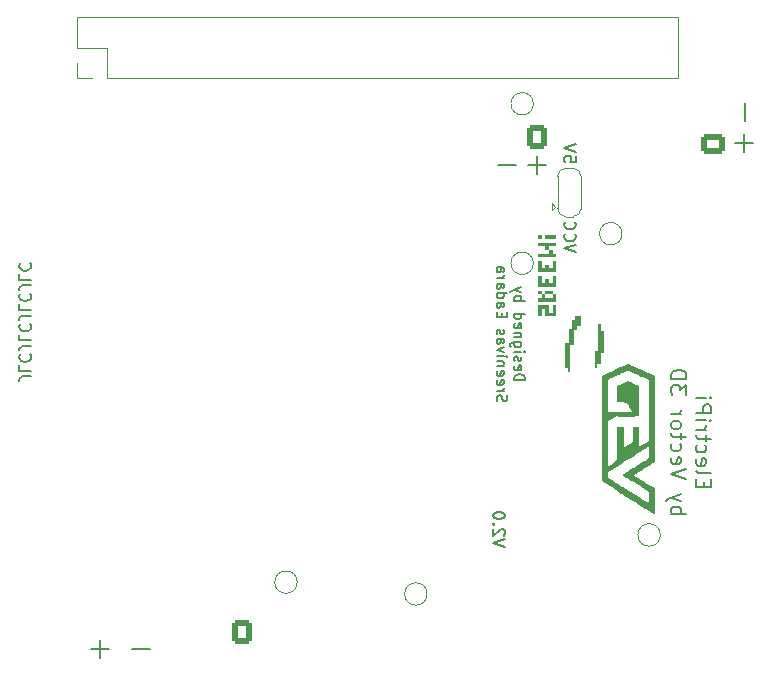
<source format=gbr>
%TF.GenerationSoftware,KiCad,Pcbnew,7.0.2*%
%TF.CreationDate,2023-08-03T10:05:33+01:00*%
%TF.ProjectId,ElectriPi,456c6563-7472-4695-9069-2e6b69636164,rev?*%
%TF.SameCoordinates,Original*%
%TF.FileFunction,Legend,Bot*%
%TF.FilePolarity,Positive*%
%FSLAX46Y46*%
G04 Gerber Fmt 4.6, Leading zero omitted, Abs format (unit mm)*
G04 Created by KiCad (PCBNEW 7.0.2) date 2023-08-03 10:05:33*
%MOMM*%
%LPD*%
G01*
G04 APERTURE LIST*
G04 Aperture macros list*
%AMRoundRect*
0 Rectangle with rounded corners*
0 $1 Rounding radius*
0 $2 $3 $4 $5 $6 $7 $8 $9 X,Y pos of 4 corners*
0 Add a 4 corners polygon primitive as box body*
4,1,4,$2,$3,$4,$5,$6,$7,$8,$9,$2,$3,0*
0 Add four circle primitives for the rounded corners*
1,1,$1+$1,$2,$3*
1,1,$1+$1,$4,$5*
1,1,$1+$1,$6,$7*
1,1,$1+$1,$8,$9*
0 Add four rect primitives between the rounded corners*
20,1,$1+$1,$2,$3,$4,$5,0*
20,1,$1+$1,$4,$5,$6,$7,0*
20,1,$1+$1,$6,$7,$8,$9,0*
20,1,$1+$1,$8,$9,$2,$3,0*%
%AMFreePoly0*
4,1,19,0.550000,-0.750000,0.000000,-0.750000,0.000000,-0.744911,-0.071157,-0.744911,-0.207708,-0.704816,-0.327430,-0.627875,-0.420627,-0.520320,-0.479746,-0.390866,-0.500000,-0.250000,-0.500000,0.250000,-0.479746,0.390866,-0.420627,0.520320,-0.327430,0.627875,-0.207708,0.704816,-0.071157,0.744911,0.000000,0.744911,0.000000,0.750000,0.550000,0.750000,0.550000,-0.750000,0.550000,-0.750000,
$1*%
%AMFreePoly1*
4,1,19,0.000000,0.744911,0.071157,0.744911,0.207708,0.704816,0.327430,0.627875,0.420627,0.520320,0.479746,0.390866,0.500000,0.250000,0.500000,-0.250000,0.479746,-0.390866,0.420627,-0.520320,0.327430,-0.627875,0.207708,-0.704816,0.071157,-0.744911,0.000000,-0.744911,0.000000,-0.750000,-0.550000,-0.750000,-0.550000,0.750000,0.000000,0.750000,0.000000,0.744911,0.000000,0.744911,
$1*%
G04 Aperture macros list end*
%ADD10C,0.200000*%
%ADD11C,0.150000*%
%ADD12C,0.120000*%
%ADD13RoundRect,0.250000X0.750000X-0.600000X0.750000X0.600000X-0.750000X0.600000X-0.750000X-0.600000X0*%
%ADD14O,2.000000X1.700000*%
%ADD15C,4.700000*%
%ADD16RoundRect,0.250000X0.600000X0.750000X-0.600000X0.750000X-0.600000X-0.750000X0.600000X-0.750000X0*%
%ADD17O,1.700000X2.000000*%
%ADD18R,2.400000X2.400000*%
%ADD19C,2.400000*%
%ADD20C,7.000000*%
%ADD21C,1.500000*%
%ADD22R,1.700000X1.700000*%
%ADD23O,1.700000X1.700000*%
%ADD24FreePoly0,90.000000*%
%ADD25R,1.500000X1.000000*%
%ADD26FreePoly1,90.000000*%
G04 APERTURE END LIST*
D10*
X145382547Y-93926190D02*
X145382547Y-93492856D01*
X144701595Y-93307142D02*
X144701595Y-93926190D01*
X144701595Y-93926190D02*
X146001595Y-93926190D01*
X146001595Y-93926190D02*
X146001595Y-93307142D01*
X144701595Y-92564285D02*
X144763500Y-92688095D01*
X144763500Y-92688095D02*
X144887309Y-92750000D01*
X144887309Y-92750000D02*
X146001595Y-92750000D01*
X144763500Y-91573810D02*
X144701595Y-91697619D01*
X144701595Y-91697619D02*
X144701595Y-91945238D01*
X144701595Y-91945238D02*
X144763500Y-92069048D01*
X144763500Y-92069048D02*
X144887309Y-92130952D01*
X144887309Y-92130952D02*
X145382547Y-92130952D01*
X145382547Y-92130952D02*
X145506357Y-92069048D01*
X145506357Y-92069048D02*
X145568261Y-91945238D01*
X145568261Y-91945238D02*
X145568261Y-91697619D01*
X145568261Y-91697619D02*
X145506357Y-91573810D01*
X145506357Y-91573810D02*
X145382547Y-91511905D01*
X145382547Y-91511905D02*
X145258738Y-91511905D01*
X145258738Y-91511905D02*
X145134928Y-92130952D01*
X144763500Y-90397619D02*
X144701595Y-90521428D01*
X144701595Y-90521428D02*
X144701595Y-90769047D01*
X144701595Y-90769047D02*
X144763500Y-90892857D01*
X144763500Y-90892857D02*
X144825404Y-90954762D01*
X144825404Y-90954762D02*
X144949214Y-91016666D01*
X144949214Y-91016666D02*
X145320642Y-91016666D01*
X145320642Y-91016666D02*
X145444452Y-90954762D01*
X145444452Y-90954762D02*
X145506357Y-90892857D01*
X145506357Y-90892857D02*
X145568261Y-90769047D01*
X145568261Y-90769047D02*
X145568261Y-90521428D01*
X145568261Y-90521428D02*
X145506357Y-90397619D01*
X145568261Y-90026190D02*
X145568261Y-89530952D01*
X146001595Y-89840476D02*
X144887309Y-89840476D01*
X144887309Y-89840476D02*
X144763500Y-89778571D01*
X144763500Y-89778571D02*
X144701595Y-89654761D01*
X144701595Y-89654761D02*
X144701595Y-89530952D01*
X144701595Y-89097619D02*
X145568261Y-89097619D01*
X145320642Y-89097619D02*
X145444452Y-89035714D01*
X145444452Y-89035714D02*
X145506357Y-88973809D01*
X145506357Y-88973809D02*
X145568261Y-88850000D01*
X145568261Y-88850000D02*
X145568261Y-88726190D01*
X144701595Y-88292857D02*
X145568261Y-88292857D01*
X146001595Y-88292857D02*
X145939690Y-88354761D01*
X145939690Y-88354761D02*
X145877785Y-88292857D01*
X145877785Y-88292857D02*
X145939690Y-88230952D01*
X145939690Y-88230952D02*
X146001595Y-88292857D01*
X146001595Y-88292857D02*
X145877785Y-88292857D01*
X144701595Y-87673809D02*
X146001595Y-87673809D01*
X146001595Y-87673809D02*
X146001595Y-87178571D01*
X146001595Y-87178571D02*
X145939690Y-87054761D01*
X145939690Y-87054761D02*
X145877785Y-86992856D01*
X145877785Y-86992856D02*
X145753976Y-86930952D01*
X145753976Y-86930952D02*
X145568261Y-86930952D01*
X145568261Y-86930952D02*
X145444452Y-86992856D01*
X145444452Y-86992856D02*
X145382547Y-87054761D01*
X145382547Y-87054761D02*
X145320642Y-87178571D01*
X145320642Y-87178571D02*
X145320642Y-87673809D01*
X144701595Y-86373809D02*
X145568261Y-86373809D01*
X146001595Y-86373809D02*
X145939690Y-86435713D01*
X145939690Y-86435713D02*
X145877785Y-86373809D01*
X145877785Y-86373809D02*
X145939690Y-86311904D01*
X145939690Y-86311904D02*
X146001595Y-86373809D01*
X146001595Y-86373809D02*
X145877785Y-86373809D01*
X142595595Y-96216666D02*
X143895595Y-96216666D01*
X143400357Y-96216666D02*
X143462261Y-96092856D01*
X143462261Y-96092856D02*
X143462261Y-95845237D01*
X143462261Y-95845237D02*
X143400357Y-95721428D01*
X143400357Y-95721428D02*
X143338452Y-95659523D01*
X143338452Y-95659523D02*
X143214642Y-95597618D01*
X143214642Y-95597618D02*
X142843214Y-95597618D01*
X142843214Y-95597618D02*
X142719404Y-95659523D01*
X142719404Y-95659523D02*
X142657500Y-95721428D01*
X142657500Y-95721428D02*
X142595595Y-95845237D01*
X142595595Y-95845237D02*
X142595595Y-96092856D01*
X142595595Y-96092856D02*
X142657500Y-96216666D01*
X143462261Y-95164285D02*
X142595595Y-94854761D01*
X143462261Y-94545238D02*
X142595595Y-94854761D01*
X142595595Y-94854761D02*
X142286071Y-94978571D01*
X142286071Y-94978571D02*
X142224166Y-95040476D01*
X142224166Y-95040476D02*
X142162261Y-95164285D01*
X143895595Y-93245238D02*
X142595595Y-92811905D01*
X142595595Y-92811905D02*
X143895595Y-92378571D01*
X142657500Y-91450000D02*
X142595595Y-91573809D01*
X142595595Y-91573809D02*
X142595595Y-91821428D01*
X142595595Y-91821428D02*
X142657500Y-91945238D01*
X142657500Y-91945238D02*
X142781309Y-92007142D01*
X142781309Y-92007142D02*
X143276547Y-92007142D01*
X143276547Y-92007142D02*
X143400357Y-91945238D01*
X143400357Y-91945238D02*
X143462261Y-91821428D01*
X143462261Y-91821428D02*
X143462261Y-91573809D01*
X143462261Y-91573809D02*
X143400357Y-91450000D01*
X143400357Y-91450000D02*
X143276547Y-91388095D01*
X143276547Y-91388095D02*
X143152738Y-91388095D01*
X143152738Y-91388095D02*
X143028928Y-92007142D01*
X142657500Y-90273809D02*
X142595595Y-90397618D01*
X142595595Y-90397618D02*
X142595595Y-90645237D01*
X142595595Y-90645237D02*
X142657500Y-90769047D01*
X142657500Y-90769047D02*
X142719404Y-90830952D01*
X142719404Y-90830952D02*
X142843214Y-90892856D01*
X142843214Y-90892856D02*
X143214642Y-90892856D01*
X143214642Y-90892856D02*
X143338452Y-90830952D01*
X143338452Y-90830952D02*
X143400357Y-90769047D01*
X143400357Y-90769047D02*
X143462261Y-90645237D01*
X143462261Y-90645237D02*
X143462261Y-90397618D01*
X143462261Y-90397618D02*
X143400357Y-90273809D01*
X143462261Y-89902380D02*
X143462261Y-89407142D01*
X143895595Y-89716666D02*
X142781309Y-89716666D01*
X142781309Y-89716666D02*
X142657500Y-89654761D01*
X142657500Y-89654761D02*
X142595595Y-89530951D01*
X142595595Y-89530951D02*
X142595595Y-89407142D01*
X142595595Y-88788094D02*
X142657500Y-88911904D01*
X142657500Y-88911904D02*
X142719404Y-88973809D01*
X142719404Y-88973809D02*
X142843214Y-89035713D01*
X142843214Y-89035713D02*
X143214642Y-89035713D01*
X143214642Y-89035713D02*
X143338452Y-88973809D01*
X143338452Y-88973809D02*
X143400357Y-88911904D01*
X143400357Y-88911904D02*
X143462261Y-88788094D01*
X143462261Y-88788094D02*
X143462261Y-88602380D01*
X143462261Y-88602380D02*
X143400357Y-88478571D01*
X143400357Y-88478571D02*
X143338452Y-88416666D01*
X143338452Y-88416666D02*
X143214642Y-88354761D01*
X143214642Y-88354761D02*
X142843214Y-88354761D01*
X142843214Y-88354761D02*
X142719404Y-88416666D01*
X142719404Y-88416666D02*
X142657500Y-88478571D01*
X142657500Y-88478571D02*
X142595595Y-88602380D01*
X142595595Y-88602380D02*
X142595595Y-88788094D01*
X142595595Y-87797619D02*
X143462261Y-87797619D01*
X143214642Y-87797619D02*
X143338452Y-87735714D01*
X143338452Y-87735714D02*
X143400357Y-87673809D01*
X143400357Y-87673809D02*
X143462261Y-87550000D01*
X143462261Y-87550000D02*
X143462261Y-87426190D01*
X143895595Y-86126190D02*
X143895595Y-85321428D01*
X143895595Y-85321428D02*
X143400357Y-85754762D01*
X143400357Y-85754762D02*
X143400357Y-85569047D01*
X143400357Y-85569047D02*
X143338452Y-85445238D01*
X143338452Y-85445238D02*
X143276547Y-85383333D01*
X143276547Y-85383333D02*
X143152738Y-85321428D01*
X143152738Y-85321428D02*
X142843214Y-85321428D01*
X142843214Y-85321428D02*
X142719404Y-85383333D01*
X142719404Y-85383333D02*
X142657500Y-85445238D01*
X142657500Y-85445238D02*
X142595595Y-85569047D01*
X142595595Y-85569047D02*
X142595595Y-85940476D01*
X142595595Y-85940476D02*
X142657500Y-86064285D01*
X142657500Y-86064285D02*
X142719404Y-86126190D01*
X142595595Y-84764286D02*
X143895595Y-84764286D01*
X143895595Y-84764286D02*
X143895595Y-84454762D01*
X143895595Y-84454762D02*
X143833690Y-84269048D01*
X143833690Y-84269048D02*
X143709880Y-84145238D01*
X143709880Y-84145238D02*
X143586071Y-84083333D01*
X143586071Y-84083333D02*
X143338452Y-84021429D01*
X143338452Y-84021429D02*
X143152738Y-84021429D01*
X143152738Y-84021429D02*
X142905119Y-84083333D01*
X142905119Y-84083333D02*
X142781309Y-84145238D01*
X142781309Y-84145238D02*
X142657500Y-84269048D01*
X142657500Y-84269048D02*
X142595595Y-84454762D01*
X142595595Y-84454762D02*
X142595595Y-84764286D01*
D11*
X88422380Y-84576190D02*
X87708095Y-84576190D01*
X87708095Y-84576190D02*
X87565238Y-84623809D01*
X87565238Y-84623809D02*
X87470000Y-84719047D01*
X87470000Y-84719047D02*
X87422380Y-84861904D01*
X87422380Y-84861904D02*
X87422380Y-84957142D01*
X87422380Y-83623809D02*
X87422380Y-84099999D01*
X87422380Y-84099999D02*
X88422380Y-84099999D01*
X87517619Y-82719047D02*
X87470000Y-82766666D01*
X87470000Y-82766666D02*
X87422380Y-82909523D01*
X87422380Y-82909523D02*
X87422380Y-83004761D01*
X87422380Y-83004761D02*
X87470000Y-83147618D01*
X87470000Y-83147618D02*
X87565238Y-83242856D01*
X87565238Y-83242856D02*
X87660476Y-83290475D01*
X87660476Y-83290475D02*
X87850952Y-83338094D01*
X87850952Y-83338094D02*
X87993809Y-83338094D01*
X87993809Y-83338094D02*
X88184285Y-83290475D01*
X88184285Y-83290475D02*
X88279523Y-83242856D01*
X88279523Y-83242856D02*
X88374761Y-83147618D01*
X88374761Y-83147618D02*
X88422380Y-83004761D01*
X88422380Y-83004761D02*
X88422380Y-82909523D01*
X88422380Y-82909523D02*
X88374761Y-82766666D01*
X88374761Y-82766666D02*
X88327142Y-82719047D01*
X88422380Y-82004761D02*
X87708095Y-82004761D01*
X87708095Y-82004761D02*
X87565238Y-82052380D01*
X87565238Y-82052380D02*
X87470000Y-82147618D01*
X87470000Y-82147618D02*
X87422380Y-82290475D01*
X87422380Y-82290475D02*
X87422380Y-82385713D01*
X87422380Y-81052380D02*
X87422380Y-81528570D01*
X87422380Y-81528570D02*
X88422380Y-81528570D01*
X87517619Y-80147618D02*
X87470000Y-80195237D01*
X87470000Y-80195237D02*
X87422380Y-80338094D01*
X87422380Y-80338094D02*
X87422380Y-80433332D01*
X87422380Y-80433332D02*
X87470000Y-80576189D01*
X87470000Y-80576189D02*
X87565238Y-80671427D01*
X87565238Y-80671427D02*
X87660476Y-80719046D01*
X87660476Y-80719046D02*
X87850952Y-80766665D01*
X87850952Y-80766665D02*
X87993809Y-80766665D01*
X87993809Y-80766665D02*
X88184285Y-80719046D01*
X88184285Y-80719046D02*
X88279523Y-80671427D01*
X88279523Y-80671427D02*
X88374761Y-80576189D01*
X88374761Y-80576189D02*
X88422380Y-80433332D01*
X88422380Y-80433332D02*
X88422380Y-80338094D01*
X88422380Y-80338094D02*
X88374761Y-80195237D01*
X88374761Y-80195237D02*
X88327142Y-80147618D01*
X88422380Y-79433332D02*
X87708095Y-79433332D01*
X87708095Y-79433332D02*
X87565238Y-79480951D01*
X87565238Y-79480951D02*
X87470000Y-79576189D01*
X87470000Y-79576189D02*
X87422380Y-79719046D01*
X87422380Y-79719046D02*
X87422380Y-79814284D01*
X87422380Y-78480951D02*
X87422380Y-78957141D01*
X87422380Y-78957141D02*
X88422380Y-78957141D01*
X87517619Y-77576189D02*
X87470000Y-77623808D01*
X87470000Y-77623808D02*
X87422380Y-77766665D01*
X87422380Y-77766665D02*
X87422380Y-77861903D01*
X87422380Y-77861903D02*
X87470000Y-78004760D01*
X87470000Y-78004760D02*
X87565238Y-78099998D01*
X87565238Y-78099998D02*
X87660476Y-78147617D01*
X87660476Y-78147617D02*
X87850952Y-78195236D01*
X87850952Y-78195236D02*
X87993809Y-78195236D01*
X87993809Y-78195236D02*
X88184285Y-78147617D01*
X88184285Y-78147617D02*
X88279523Y-78099998D01*
X88279523Y-78099998D02*
X88374761Y-78004760D01*
X88374761Y-78004760D02*
X88422380Y-77861903D01*
X88422380Y-77861903D02*
X88422380Y-77766665D01*
X88422380Y-77766665D02*
X88374761Y-77623808D01*
X88374761Y-77623808D02*
X88327142Y-77576189D01*
X88422380Y-76861903D02*
X87708095Y-76861903D01*
X87708095Y-76861903D02*
X87565238Y-76909522D01*
X87565238Y-76909522D02*
X87470000Y-77004760D01*
X87470000Y-77004760D02*
X87422380Y-77147617D01*
X87422380Y-77147617D02*
X87422380Y-77242855D01*
X87422380Y-75909522D02*
X87422380Y-76385712D01*
X87422380Y-76385712D02*
X88422380Y-76385712D01*
X87517619Y-75004760D02*
X87470000Y-75052379D01*
X87470000Y-75052379D02*
X87422380Y-75195236D01*
X87422380Y-75195236D02*
X87422380Y-75290474D01*
X87422380Y-75290474D02*
X87470000Y-75433331D01*
X87470000Y-75433331D02*
X87565238Y-75528569D01*
X87565238Y-75528569D02*
X87660476Y-75576188D01*
X87660476Y-75576188D02*
X87850952Y-75623807D01*
X87850952Y-75623807D02*
X87993809Y-75623807D01*
X87993809Y-75623807D02*
X88184285Y-75576188D01*
X88184285Y-75576188D02*
X88279523Y-75528569D01*
X88279523Y-75528569D02*
X88374761Y-75433331D01*
X88374761Y-75433331D02*
X88422380Y-75290474D01*
X88422380Y-75290474D02*
X88422380Y-75195236D01*
X88422380Y-75195236D02*
X88374761Y-75052379D01*
X88374761Y-75052379D02*
X88327142Y-75004760D01*
X128537380Y-99023808D02*
X127537380Y-98690475D01*
X127537380Y-98690475D02*
X128537380Y-98357142D01*
X128442142Y-98071427D02*
X128489761Y-98023808D01*
X128489761Y-98023808D02*
X128537380Y-97928570D01*
X128537380Y-97928570D02*
X128537380Y-97690475D01*
X128537380Y-97690475D02*
X128489761Y-97595237D01*
X128489761Y-97595237D02*
X128442142Y-97547618D01*
X128442142Y-97547618D02*
X128346904Y-97499999D01*
X128346904Y-97499999D02*
X128251666Y-97499999D01*
X128251666Y-97499999D02*
X128108809Y-97547618D01*
X128108809Y-97547618D02*
X127537380Y-98119046D01*
X127537380Y-98119046D02*
X127537380Y-97499999D01*
X127632619Y-97071427D02*
X127585000Y-97023808D01*
X127585000Y-97023808D02*
X127537380Y-97071427D01*
X127537380Y-97071427D02*
X127585000Y-97119046D01*
X127585000Y-97119046D02*
X127632619Y-97071427D01*
X127632619Y-97071427D02*
X127537380Y-97071427D01*
X128537380Y-96404761D02*
X128537380Y-96309523D01*
X128537380Y-96309523D02*
X128489761Y-96214285D01*
X128489761Y-96214285D02*
X128442142Y-96166666D01*
X128442142Y-96166666D02*
X128346904Y-96119047D01*
X128346904Y-96119047D02*
X128156428Y-96071428D01*
X128156428Y-96071428D02*
X127918333Y-96071428D01*
X127918333Y-96071428D02*
X127727857Y-96119047D01*
X127727857Y-96119047D02*
X127632619Y-96166666D01*
X127632619Y-96166666D02*
X127585000Y-96214285D01*
X127585000Y-96214285D02*
X127537380Y-96309523D01*
X127537380Y-96309523D02*
X127537380Y-96404761D01*
X127537380Y-96404761D02*
X127585000Y-96499999D01*
X127585000Y-96499999D02*
X127632619Y-96547618D01*
X127632619Y-96547618D02*
X127727857Y-96595237D01*
X127727857Y-96595237D02*
X127918333Y-96642856D01*
X127918333Y-96642856D02*
X128156428Y-96642856D01*
X128156428Y-96642856D02*
X128346904Y-96595237D01*
X128346904Y-96595237D02*
X128442142Y-96547618D01*
X128442142Y-96547618D02*
X128489761Y-96499999D01*
X128489761Y-96499999D02*
X128537380Y-96404761D01*
X132011904Y-66663333D02*
X130488095Y-66663333D01*
X131249999Y-67425238D02*
X131249999Y-65901428D01*
X134537380Y-65940476D02*
X134537380Y-66416666D01*
X134537380Y-66416666D02*
X134061190Y-66464285D01*
X134061190Y-66464285D02*
X134108809Y-66416666D01*
X134108809Y-66416666D02*
X134156428Y-66321428D01*
X134156428Y-66321428D02*
X134156428Y-66083333D01*
X134156428Y-66083333D02*
X134108809Y-65988095D01*
X134108809Y-65988095D02*
X134061190Y-65940476D01*
X134061190Y-65940476D02*
X133965952Y-65892857D01*
X133965952Y-65892857D02*
X133727857Y-65892857D01*
X133727857Y-65892857D02*
X133632619Y-65940476D01*
X133632619Y-65940476D02*
X133585000Y-65988095D01*
X133585000Y-65988095D02*
X133537380Y-66083333D01*
X133537380Y-66083333D02*
X133537380Y-66321428D01*
X133537380Y-66321428D02*
X133585000Y-66416666D01*
X133585000Y-66416666D02*
X133632619Y-66464285D01*
X134537380Y-65607142D02*
X133537380Y-65273809D01*
X133537380Y-65273809D02*
X134537380Y-64940476D01*
X95011904Y-107663333D02*
X93488095Y-107663333D01*
X94249999Y-108425238D02*
X94249999Y-106901428D01*
X148863333Y-61438095D02*
X148863333Y-62961905D01*
X98511904Y-107663333D02*
X96988095Y-107663333D01*
X134537380Y-74083332D02*
X133537380Y-73749999D01*
X133537380Y-73749999D02*
X134537380Y-73416666D01*
X133632619Y-72511904D02*
X133585000Y-72559523D01*
X133585000Y-72559523D02*
X133537380Y-72702380D01*
X133537380Y-72702380D02*
X133537380Y-72797618D01*
X133537380Y-72797618D02*
X133585000Y-72940475D01*
X133585000Y-72940475D02*
X133680238Y-73035713D01*
X133680238Y-73035713D02*
X133775476Y-73083332D01*
X133775476Y-73083332D02*
X133965952Y-73130951D01*
X133965952Y-73130951D02*
X134108809Y-73130951D01*
X134108809Y-73130951D02*
X134299285Y-73083332D01*
X134299285Y-73083332D02*
X134394523Y-73035713D01*
X134394523Y-73035713D02*
X134489761Y-72940475D01*
X134489761Y-72940475D02*
X134537380Y-72797618D01*
X134537380Y-72797618D02*
X134537380Y-72702380D01*
X134537380Y-72702380D02*
X134489761Y-72559523D01*
X134489761Y-72559523D02*
X134442142Y-72511904D01*
X133632619Y-71511904D02*
X133585000Y-71559523D01*
X133585000Y-71559523D02*
X133537380Y-71702380D01*
X133537380Y-71702380D02*
X133537380Y-71797618D01*
X133537380Y-71797618D02*
X133585000Y-71940475D01*
X133585000Y-71940475D02*
X133680238Y-72035713D01*
X133680238Y-72035713D02*
X133775476Y-72083332D01*
X133775476Y-72083332D02*
X133965952Y-72130951D01*
X133965952Y-72130951D02*
X134108809Y-72130951D01*
X134108809Y-72130951D02*
X134299285Y-72083332D01*
X134299285Y-72083332D02*
X134394523Y-72035713D01*
X134394523Y-72035713D02*
X134489761Y-71940475D01*
X134489761Y-71940475D02*
X134537380Y-71797618D01*
X134537380Y-71797618D02*
X134537380Y-71702380D01*
X134537380Y-71702380D02*
X134489761Y-71559523D01*
X134489761Y-71559523D02*
X134442142Y-71511904D01*
X148763333Y-64038095D02*
X148763333Y-65561905D01*
X149525238Y-64800000D02*
X148001428Y-64800000D01*
X129511904Y-66663333D02*
X127988095Y-66663333D01*
X129312642Y-84900000D02*
X130212642Y-84900000D01*
X130212642Y-84900000D02*
X130212642Y-84685714D01*
X130212642Y-84685714D02*
X130169785Y-84557143D01*
X130169785Y-84557143D02*
X130084071Y-84471428D01*
X130084071Y-84471428D02*
X129998357Y-84428571D01*
X129998357Y-84428571D02*
X129826928Y-84385714D01*
X129826928Y-84385714D02*
X129698357Y-84385714D01*
X129698357Y-84385714D02*
X129526928Y-84428571D01*
X129526928Y-84428571D02*
X129441214Y-84471428D01*
X129441214Y-84471428D02*
X129355500Y-84557143D01*
X129355500Y-84557143D02*
X129312642Y-84685714D01*
X129312642Y-84685714D02*
X129312642Y-84900000D01*
X129355500Y-83657143D02*
X129312642Y-83742857D01*
X129312642Y-83742857D02*
X129312642Y-83914286D01*
X129312642Y-83914286D02*
X129355500Y-84000000D01*
X129355500Y-84000000D02*
X129441214Y-84042857D01*
X129441214Y-84042857D02*
X129784071Y-84042857D01*
X129784071Y-84042857D02*
X129869785Y-84000000D01*
X129869785Y-84000000D02*
X129912642Y-83914286D01*
X129912642Y-83914286D02*
X129912642Y-83742857D01*
X129912642Y-83742857D02*
X129869785Y-83657143D01*
X129869785Y-83657143D02*
X129784071Y-83614286D01*
X129784071Y-83614286D02*
X129698357Y-83614286D01*
X129698357Y-83614286D02*
X129612642Y-84042857D01*
X129355500Y-83271428D02*
X129312642Y-83185714D01*
X129312642Y-83185714D02*
X129312642Y-83014285D01*
X129312642Y-83014285D02*
X129355500Y-82928571D01*
X129355500Y-82928571D02*
X129441214Y-82885714D01*
X129441214Y-82885714D02*
X129484071Y-82885714D01*
X129484071Y-82885714D02*
X129569785Y-82928571D01*
X129569785Y-82928571D02*
X129612642Y-83014285D01*
X129612642Y-83014285D02*
X129612642Y-83142857D01*
X129612642Y-83142857D02*
X129655500Y-83228571D01*
X129655500Y-83228571D02*
X129741214Y-83271428D01*
X129741214Y-83271428D02*
X129784071Y-83271428D01*
X129784071Y-83271428D02*
X129869785Y-83228571D01*
X129869785Y-83228571D02*
X129912642Y-83142857D01*
X129912642Y-83142857D02*
X129912642Y-83014285D01*
X129912642Y-83014285D02*
X129869785Y-82928571D01*
X129312642Y-82500000D02*
X129912642Y-82500000D01*
X130212642Y-82500000D02*
X130169785Y-82542857D01*
X130169785Y-82542857D02*
X130126928Y-82500000D01*
X130126928Y-82500000D02*
X130169785Y-82457143D01*
X130169785Y-82457143D02*
X130212642Y-82500000D01*
X130212642Y-82500000D02*
X130126928Y-82500000D01*
X129912642Y-81685715D02*
X129184071Y-81685715D01*
X129184071Y-81685715D02*
X129098357Y-81728572D01*
X129098357Y-81728572D02*
X129055500Y-81771429D01*
X129055500Y-81771429D02*
X129012642Y-81857143D01*
X129012642Y-81857143D02*
X129012642Y-81985715D01*
X129012642Y-81985715D02*
X129055500Y-82071429D01*
X129355500Y-81685715D02*
X129312642Y-81771429D01*
X129312642Y-81771429D02*
X129312642Y-81942857D01*
X129312642Y-81942857D02*
X129355500Y-82028572D01*
X129355500Y-82028572D02*
X129398357Y-82071429D01*
X129398357Y-82071429D02*
X129484071Y-82114286D01*
X129484071Y-82114286D02*
X129741214Y-82114286D01*
X129741214Y-82114286D02*
X129826928Y-82071429D01*
X129826928Y-82071429D02*
X129869785Y-82028572D01*
X129869785Y-82028572D02*
X129912642Y-81942857D01*
X129912642Y-81942857D02*
X129912642Y-81771429D01*
X129912642Y-81771429D02*
X129869785Y-81685715D01*
X129912642Y-81257143D02*
X129312642Y-81257143D01*
X129826928Y-81257143D02*
X129869785Y-81214286D01*
X129869785Y-81214286D02*
X129912642Y-81128571D01*
X129912642Y-81128571D02*
X129912642Y-81000000D01*
X129912642Y-81000000D02*
X129869785Y-80914286D01*
X129869785Y-80914286D02*
X129784071Y-80871429D01*
X129784071Y-80871429D02*
X129312642Y-80871429D01*
X129355500Y-80100000D02*
X129312642Y-80185714D01*
X129312642Y-80185714D02*
X129312642Y-80357143D01*
X129312642Y-80357143D02*
X129355500Y-80442857D01*
X129355500Y-80442857D02*
X129441214Y-80485714D01*
X129441214Y-80485714D02*
X129784071Y-80485714D01*
X129784071Y-80485714D02*
X129869785Y-80442857D01*
X129869785Y-80442857D02*
X129912642Y-80357143D01*
X129912642Y-80357143D02*
X129912642Y-80185714D01*
X129912642Y-80185714D02*
X129869785Y-80100000D01*
X129869785Y-80100000D02*
X129784071Y-80057143D01*
X129784071Y-80057143D02*
X129698357Y-80057143D01*
X129698357Y-80057143D02*
X129612642Y-80485714D01*
X129312642Y-79285714D02*
X130212642Y-79285714D01*
X129355500Y-79285714D02*
X129312642Y-79371428D01*
X129312642Y-79371428D02*
X129312642Y-79542856D01*
X129312642Y-79542856D02*
X129355500Y-79628571D01*
X129355500Y-79628571D02*
X129398357Y-79671428D01*
X129398357Y-79671428D02*
X129484071Y-79714285D01*
X129484071Y-79714285D02*
X129741214Y-79714285D01*
X129741214Y-79714285D02*
X129826928Y-79671428D01*
X129826928Y-79671428D02*
X129869785Y-79628571D01*
X129869785Y-79628571D02*
X129912642Y-79542856D01*
X129912642Y-79542856D02*
X129912642Y-79371428D01*
X129912642Y-79371428D02*
X129869785Y-79285714D01*
X129312642Y-78171428D02*
X130212642Y-78171428D01*
X129869785Y-78171428D02*
X129912642Y-78085714D01*
X129912642Y-78085714D02*
X129912642Y-77914285D01*
X129912642Y-77914285D02*
X129869785Y-77828571D01*
X129869785Y-77828571D02*
X129826928Y-77785714D01*
X129826928Y-77785714D02*
X129741214Y-77742856D01*
X129741214Y-77742856D02*
X129484071Y-77742856D01*
X129484071Y-77742856D02*
X129398357Y-77785714D01*
X129398357Y-77785714D02*
X129355500Y-77828571D01*
X129355500Y-77828571D02*
X129312642Y-77914285D01*
X129312642Y-77914285D02*
X129312642Y-78085714D01*
X129312642Y-78085714D02*
X129355500Y-78171428D01*
X129912642Y-77442856D02*
X129312642Y-77228570D01*
X129912642Y-77014285D02*
X129312642Y-77228570D01*
X129312642Y-77228570D02*
X129098357Y-77314285D01*
X129098357Y-77314285D02*
X129055500Y-77357142D01*
X129055500Y-77357142D02*
X129012642Y-77442856D01*
X127897500Y-86700000D02*
X127854642Y-86571429D01*
X127854642Y-86571429D02*
X127854642Y-86357143D01*
X127854642Y-86357143D02*
X127897500Y-86271429D01*
X127897500Y-86271429D02*
X127940357Y-86228571D01*
X127940357Y-86228571D02*
X128026071Y-86185714D01*
X128026071Y-86185714D02*
X128111785Y-86185714D01*
X128111785Y-86185714D02*
X128197500Y-86228571D01*
X128197500Y-86228571D02*
X128240357Y-86271429D01*
X128240357Y-86271429D02*
X128283214Y-86357143D01*
X128283214Y-86357143D02*
X128326071Y-86528571D01*
X128326071Y-86528571D02*
X128368928Y-86614286D01*
X128368928Y-86614286D02*
X128411785Y-86657143D01*
X128411785Y-86657143D02*
X128497500Y-86700000D01*
X128497500Y-86700000D02*
X128583214Y-86700000D01*
X128583214Y-86700000D02*
X128668928Y-86657143D01*
X128668928Y-86657143D02*
X128711785Y-86614286D01*
X128711785Y-86614286D02*
X128754642Y-86528571D01*
X128754642Y-86528571D02*
X128754642Y-86314286D01*
X128754642Y-86314286D02*
X128711785Y-86185714D01*
X127854642Y-85800000D02*
X128454642Y-85800000D01*
X128283214Y-85800000D02*
X128368928Y-85757143D01*
X128368928Y-85757143D02*
X128411785Y-85714286D01*
X128411785Y-85714286D02*
X128454642Y-85628571D01*
X128454642Y-85628571D02*
X128454642Y-85542857D01*
X127897500Y-84900000D02*
X127854642Y-84985714D01*
X127854642Y-84985714D02*
X127854642Y-85157143D01*
X127854642Y-85157143D02*
X127897500Y-85242857D01*
X127897500Y-85242857D02*
X127983214Y-85285714D01*
X127983214Y-85285714D02*
X128326071Y-85285714D01*
X128326071Y-85285714D02*
X128411785Y-85242857D01*
X128411785Y-85242857D02*
X128454642Y-85157143D01*
X128454642Y-85157143D02*
X128454642Y-84985714D01*
X128454642Y-84985714D02*
X128411785Y-84900000D01*
X128411785Y-84900000D02*
X128326071Y-84857143D01*
X128326071Y-84857143D02*
X128240357Y-84857143D01*
X128240357Y-84857143D02*
X128154642Y-85285714D01*
X127897500Y-84128571D02*
X127854642Y-84214285D01*
X127854642Y-84214285D02*
X127854642Y-84385714D01*
X127854642Y-84385714D02*
X127897500Y-84471428D01*
X127897500Y-84471428D02*
X127983214Y-84514285D01*
X127983214Y-84514285D02*
X128326071Y-84514285D01*
X128326071Y-84514285D02*
X128411785Y-84471428D01*
X128411785Y-84471428D02*
X128454642Y-84385714D01*
X128454642Y-84385714D02*
X128454642Y-84214285D01*
X128454642Y-84214285D02*
X128411785Y-84128571D01*
X128411785Y-84128571D02*
X128326071Y-84085714D01*
X128326071Y-84085714D02*
X128240357Y-84085714D01*
X128240357Y-84085714D02*
X128154642Y-84514285D01*
X128454642Y-83699999D02*
X127854642Y-83699999D01*
X128368928Y-83699999D02*
X128411785Y-83657142D01*
X128411785Y-83657142D02*
X128454642Y-83571427D01*
X128454642Y-83571427D02*
X128454642Y-83442856D01*
X128454642Y-83442856D02*
X128411785Y-83357142D01*
X128411785Y-83357142D02*
X128326071Y-83314285D01*
X128326071Y-83314285D02*
X127854642Y-83314285D01*
X127854642Y-82885713D02*
X128454642Y-82885713D01*
X128754642Y-82885713D02*
X128711785Y-82928570D01*
X128711785Y-82928570D02*
X128668928Y-82885713D01*
X128668928Y-82885713D02*
X128711785Y-82842856D01*
X128711785Y-82842856D02*
X128754642Y-82885713D01*
X128754642Y-82885713D02*
X128668928Y-82885713D01*
X128454642Y-82542856D02*
X127854642Y-82328570D01*
X127854642Y-82328570D02*
X128454642Y-82114285D01*
X127854642Y-81385714D02*
X128326071Y-81385714D01*
X128326071Y-81385714D02*
X128411785Y-81428571D01*
X128411785Y-81428571D02*
X128454642Y-81514285D01*
X128454642Y-81514285D02*
X128454642Y-81685714D01*
X128454642Y-81685714D02*
X128411785Y-81771428D01*
X127897500Y-81385714D02*
X127854642Y-81471428D01*
X127854642Y-81471428D02*
X127854642Y-81685714D01*
X127854642Y-81685714D02*
X127897500Y-81771428D01*
X127897500Y-81771428D02*
X127983214Y-81814285D01*
X127983214Y-81814285D02*
X128068928Y-81814285D01*
X128068928Y-81814285D02*
X128154642Y-81771428D01*
X128154642Y-81771428D02*
X128197500Y-81685714D01*
X128197500Y-81685714D02*
X128197500Y-81471428D01*
X128197500Y-81471428D02*
X128240357Y-81385714D01*
X127897500Y-80999999D02*
X127854642Y-80914285D01*
X127854642Y-80914285D02*
X127854642Y-80742856D01*
X127854642Y-80742856D02*
X127897500Y-80657142D01*
X127897500Y-80657142D02*
X127983214Y-80614285D01*
X127983214Y-80614285D02*
X128026071Y-80614285D01*
X128026071Y-80614285D02*
X128111785Y-80657142D01*
X128111785Y-80657142D02*
X128154642Y-80742856D01*
X128154642Y-80742856D02*
X128154642Y-80871428D01*
X128154642Y-80871428D02*
X128197500Y-80957142D01*
X128197500Y-80957142D02*
X128283214Y-80999999D01*
X128283214Y-80999999D02*
X128326071Y-80999999D01*
X128326071Y-80999999D02*
X128411785Y-80957142D01*
X128411785Y-80957142D02*
X128454642Y-80871428D01*
X128454642Y-80871428D02*
X128454642Y-80742856D01*
X128454642Y-80742856D02*
X128411785Y-80657142D01*
X128326071Y-79542857D02*
X128326071Y-79242857D01*
X127854642Y-79114285D02*
X127854642Y-79542857D01*
X127854642Y-79542857D02*
X128754642Y-79542857D01*
X128754642Y-79542857D02*
X128754642Y-79114285D01*
X127854642Y-78342857D02*
X128326071Y-78342857D01*
X128326071Y-78342857D02*
X128411785Y-78385714D01*
X128411785Y-78385714D02*
X128454642Y-78471428D01*
X128454642Y-78471428D02*
X128454642Y-78642857D01*
X128454642Y-78642857D02*
X128411785Y-78728571D01*
X127897500Y-78342857D02*
X127854642Y-78428571D01*
X127854642Y-78428571D02*
X127854642Y-78642857D01*
X127854642Y-78642857D02*
X127897500Y-78728571D01*
X127897500Y-78728571D02*
X127983214Y-78771428D01*
X127983214Y-78771428D02*
X128068928Y-78771428D01*
X128068928Y-78771428D02*
X128154642Y-78728571D01*
X128154642Y-78728571D02*
X128197500Y-78642857D01*
X128197500Y-78642857D02*
X128197500Y-78428571D01*
X128197500Y-78428571D02*
X128240357Y-78342857D01*
X127854642Y-77528571D02*
X128754642Y-77528571D01*
X127897500Y-77528571D02*
X127854642Y-77614285D01*
X127854642Y-77614285D02*
X127854642Y-77785713D01*
X127854642Y-77785713D02*
X127897500Y-77871428D01*
X127897500Y-77871428D02*
X127940357Y-77914285D01*
X127940357Y-77914285D02*
X128026071Y-77957142D01*
X128026071Y-77957142D02*
X128283214Y-77957142D01*
X128283214Y-77957142D02*
X128368928Y-77914285D01*
X128368928Y-77914285D02*
X128411785Y-77871428D01*
X128411785Y-77871428D02*
X128454642Y-77785713D01*
X128454642Y-77785713D02*
X128454642Y-77614285D01*
X128454642Y-77614285D02*
X128411785Y-77528571D01*
X127854642Y-76714285D02*
X128326071Y-76714285D01*
X128326071Y-76714285D02*
X128411785Y-76757142D01*
X128411785Y-76757142D02*
X128454642Y-76842856D01*
X128454642Y-76842856D02*
X128454642Y-77014285D01*
X128454642Y-77014285D02*
X128411785Y-77099999D01*
X127897500Y-76714285D02*
X127854642Y-76799999D01*
X127854642Y-76799999D02*
X127854642Y-77014285D01*
X127854642Y-77014285D02*
X127897500Y-77099999D01*
X127897500Y-77099999D02*
X127983214Y-77142856D01*
X127983214Y-77142856D02*
X128068928Y-77142856D01*
X128068928Y-77142856D02*
X128154642Y-77099999D01*
X128154642Y-77099999D02*
X128197500Y-77014285D01*
X128197500Y-77014285D02*
X128197500Y-76799999D01*
X128197500Y-76799999D02*
X128240357Y-76714285D01*
X127854642Y-76285713D02*
X128454642Y-76285713D01*
X128283214Y-76285713D02*
X128368928Y-76242856D01*
X128368928Y-76242856D02*
X128411785Y-76199999D01*
X128411785Y-76199999D02*
X128454642Y-76114284D01*
X128454642Y-76114284D02*
X128454642Y-76028570D01*
X127854642Y-75342856D02*
X128326071Y-75342856D01*
X128326071Y-75342856D02*
X128411785Y-75385713D01*
X128411785Y-75385713D02*
X128454642Y-75471427D01*
X128454642Y-75471427D02*
X128454642Y-75642856D01*
X128454642Y-75642856D02*
X128411785Y-75728570D01*
X127897500Y-75342856D02*
X127854642Y-75428570D01*
X127854642Y-75428570D02*
X127854642Y-75642856D01*
X127854642Y-75642856D02*
X127897500Y-75728570D01*
X127897500Y-75728570D02*
X127983214Y-75771427D01*
X127983214Y-75771427D02*
X128068928Y-75771427D01*
X128068928Y-75771427D02*
X128154642Y-75728570D01*
X128154642Y-75728570D02*
X128197500Y-75642856D01*
X128197500Y-75642856D02*
X128197500Y-75428570D01*
X128197500Y-75428570D02*
X128240357Y-75342856D01*
D12*
%TO.C,TP5*%
X130950000Y-61500000D02*
G75*
G03*
X130950000Y-61500000I-950000J0D01*
G01*
%TO.C,J6*%
X143210000Y-54150000D02*
X143210000Y-59350000D01*
X92290000Y-54150000D02*
X143210000Y-54150000D01*
X92290000Y-54150000D02*
X92290000Y-56750000D01*
X94890000Y-56750000D02*
X94890000Y-59350000D01*
X92290000Y-56750000D02*
X94890000Y-56750000D01*
X92290000Y-58020000D02*
X92290000Y-59350000D01*
X94890000Y-59350000D02*
X143210000Y-59350000D01*
X92290000Y-59350000D02*
X93620000Y-59350000D01*
%TO.C,JP1*%
X133700000Y-71050000D02*
X134300000Y-71050000D01*
X132500000Y-70500000D02*
X132500000Y-69900000D01*
X135000000Y-70400000D02*
X135000000Y-67600000D01*
X132800000Y-70200000D02*
X132500000Y-70500000D01*
X132800000Y-70200000D02*
X132500000Y-69900000D01*
X133000000Y-67600000D02*
X133000000Y-70400000D01*
X134300000Y-66950000D02*
X133700000Y-66950000D01*
X133000000Y-70350000D02*
G75*
G03*
X133700000Y-71050000I699999J-1D01*
G01*
X134300000Y-71050000D02*
G75*
G03*
X135000000Y-70350000I1J699999D01*
G01*
X133700000Y-66950000D02*
G75*
G03*
X133000000Y-67650000I0J-700000D01*
G01*
X135000000Y-67650000D02*
G75*
G03*
X134300000Y-66950000I-700000J0D01*
G01*
%TO.C,TP4*%
X141700000Y-98000000D02*
G75*
G03*
X141700000Y-98000000I-950000J0D01*
G01*
%TO.C,TP1*%
X138450000Y-72500000D02*
G75*
G03*
X138450000Y-72500000I-950000J0D01*
G01*
%TO.C,G\u002A\u002A\u002A*%
G36*
X131655673Y-77625000D02*
G01*
X131343096Y-77625000D01*
X131343096Y-77312500D01*
X131655673Y-77312500D01*
X131655673Y-77625000D01*
G37*
G36*
X131655673Y-72937500D02*
G01*
X131343096Y-72937500D01*
X131343096Y-72625000D01*
X131655673Y-72625000D01*
X131655673Y-72937500D01*
G37*
G36*
X132905981Y-72937500D02*
G01*
X131968250Y-72937500D01*
X131968250Y-72625000D01*
X132905981Y-72625000D01*
X132905981Y-72937500D01*
G37*
G36*
X132593404Y-74187500D02*
G01*
X132905981Y-74187500D01*
X132905981Y-74500000D01*
X131343096Y-74500000D01*
X131343096Y-74187500D01*
X132280827Y-74187500D01*
X132280827Y-73875000D01*
X132593404Y-73875000D01*
X132593404Y-74187500D01*
G37*
G36*
X132905981Y-73562500D02*
G01*
X132280827Y-73562500D01*
X132280827Y-73875000D01*
X131968250Y-73875000D01*
X131968250Y-73562500D01*
X131343096Y-73562500D01*
X131343096Y-73250000D01*
X132905981Y-73250000D01*
X132905981Y-73562500D01*
G37*
G36*
X136656904Y-80750000D02*
G01*
X136969481Y-80750000D01*
X136969481Y-82625000D01*
X136656904Y-82625000D01*
X136656904Y-83562500D01*
X136344327Y-83562500D01*
X136344327Y-83875000D01*
X136131750Y-83875000D01*
X136131750Y-82412500D01*
X136444327Y-82412500D01*
X136444327Y-80125000D01*
X136656904Y-80125000D01*
X136656904Y-80750000D01*
G37*
G36*
X132280827Y-79187500D02*
G01*
X132593404Y-79187500D01*
X132593404Y-78562500D01*
X132905981Y-78562500D01*
X132905981Y-79500000D01*
X131968250Y-79500000D01*
X131968250Y-78875000D01*
X131655673Y-78875000D01*
X131655673Y-79500000D01*
X131343096Y-79500000D01*
X131343096Y-78562500D01*
X132280827Y-78562500D01*
X132280827Y-79187500D01*
G37*
G36*
X131655673Y-76687500D02*
G01*
X131968250Y-76687500D01*
X131968250Y-76375000D01*
X132280827Y-76375000D01*
X132280827Y-76687500D01*
X132593404Y-76687500D01*
X132593404Y-76062500D01*
X132905981Y-76062500D01*
X132905981Y-77000000D01*
X131343096Y-77000000D01*
X131343096Y-76062500D01*
X131655673Y-76062500D01*
X131655673Y-76687500D01*
G37*
G36*
X131655673Y-75437500D02*
G01*
X131968250Y-75437500D01*
X131968250Y-75125000D01*
X132280827Y-75125000D01*
X132280827Y-75437500D01*
X132593404Y-75437500D01*
X132593404Y-74812500D01*
X132905981Y-74812500D01*
X132905981Y-75750000D01*
X131343096Y-75750000D01*
X131343096Y-74812500D01*
X131655673Y-74812500D01*
X131655673Y-75437500D01*
G37*
G36*
X132593404Y-77625000D02*
G01*
X131968250Y-77625000D01*
X131968250Y-77937500D01*
X132593404Y-77937500D01*
X132593404Y-77625000D01*
X132905981Y-77625000D01*
X132905981Y-78250000D01*
X131968250Y-78250000D01*
X131343096Y-78250000D01*
X131343096Y-77937500D01*
X131655673Y-77937500D01*
X131655673Y-77625000D01*
X131968250Y-77625000D01*
X131968250Y-77312500D01*
X132593404Y-77312500D01*
X132593404Y-77625000D01*
G37*
G36*
X134994020Y-80337500D02*
G01*
X134681443Y-80337500D01*
X134681443Y-80650000D01*
X134368866Y-80650000D01*
X134368866Y-81900000D01*
X134056289Y-81900000D01*
X134056289Y-84187500D01*
X133843711Y-84187500D01*
X133843711Y-83875000D01*
X133631135Y-83875000D01*
X133631135Y-81787500D01*
X133943711Y-81787500D01*
X133943711Y-80537500D01*
X134256289Y-80537500D01*
X134256289Y-79812500D01*
X134468866Y-79812500D01*
X134468866Y-79500000D01*
X134994020Y-79500000D01*
X134994020Y-80337500D01*
G37*
G36*
X138977360Y-83509776D02*
G01*
X139005803Y-83520521D01*
X139049361Y-83538754D01*
X139103947Y-83562745D01*
X139165470Y-83590766D01*
X139186496Y-83600494D01*
X139250790Y-83630191D01*
X139330841Y-83667116D01*
X139422236Y-83709235D01*
X139520562Y-83754516D01*
X139621405Y-83800924D01*
X139720353Y-83846426D01*
X139775736Y-83871888D01*
X139868432Y-83914518D01*
X139956456Y-83955019D01*
X140036343Y-83991793D01*
X140104626Y-84023245D01*
X140157839Y-84047780D01*
X140192517Y-84063802D01*
X140206265Y-84070163D01*
X140248227Y-84089553D01*
X140307846Y-84117083D01*
X140382260Y-84151431D01*
X140468607Y-84191276D01*
X140564023Y-84235298D01*
X140665646Y-84282175D01*
X140770615Y-84330586D01*
X141251859Y-84552515D01*
X141251859Y-91808643D01*
X141164085Y-91863402D01*
X141134375Y-91881886D01*
X141084963Y-91912545D01*
X141022180Y-91951445D01*
X140949845Y-91996222D01*
X140871779Y-92044509D01*
X140791802Y-92093942D01*
X140790786Y-92094570D01*
X140703194Y-92148694D01*
X140601110Y-92211784D01*
X140490557Y-92280116D01*
X140377556Y-92349969D01*
X140268131Y-92417619D01*
X140168303Y-92479343D01*
X140133394Y-92500928D01*
X140044888Y-92555634D01*
X139958521Y-92608995D01*
X139877982Y-92658732D01*
X139806963Y-92702567D01*
X139749154Y-92738220D01*
X139708246Y-92763413D01*
X139704241Y-92765876D01*
X139620597Y-92817437D01*
X139555508Y-92857865D01*
X139506901Y-92888503D01*
X139472704Y-92910696D01*
X139450844Y-92925788D01*
X139439249Y-92935122D01*
X139435844Y-92940043D01*
X139445690Y-92948055D01*
X139473533Y-92966959D01*
X139516694Y-92995029D01*
X139572492Y-93030542D01*
X139638245Y-93071776D01*
X139711273Y-93117008D01*
X139765725Y-93150551D01*
X139865079Y-93211804D01*
X139973932Y-93278961D01*
X140085473Y-93347819D01*
X140192890Y-93414174D01*
X140289371Y-93473820D01*
X140370190Y-93523801D01*
X140477054Y-93589873D01*
X140592241Y-93661076D01*
X140709171Y-93733343D01*
X140821267Y-93802608D01*
X140921950Y-93864806D01*
X141251859Y-94068578D01*
X141251859Y-95168369D01*
X141251752Y-95354666D01*
X141251393Y-95540494D01*
X141250786Y-95706530D01*
X141249937Y-95852219D01*
X141248853Y-95977010D01*
X141247539Y-96080351D01*
X141246001Y-96161689D01*
X141244245Y-96220471D01*
X141242277Y-96256146D01*
X141240102Y-96268160D01*
X141239170Y-96267841D01*
X141222923Y-96258824D01*
X141188114Y-96238129D01*
X141136330Y-96206735D01*
X141069160Y-96165622D01*
X140988192Y-96115769D01*
X140895014Y-96058156D01*
X140791216Y-95993763D01*
X140718187Y-95948331D01*
X140678384Y-95923569D01*
X140558108Y-95848555D01*
X140431975Y-95769699D01*
X140314019Y-95695875D01*
X140180839Y-95612538D01*
X140050114Y-95530753D01*
X139924101Y-95451930D01*
X139805059Y-95377483D01*
X139695247Y-95308824D01*
X139596924Y-95247365D01*
X139512347Y-95194519D01*
X139443777Y-95151697D01*
X139393470Y-95120313D01*
X139368533Y-95104762D01*
X139290531Y-95056043D01*
X139213178Y-95007625D01*
X139141453Y-94962630D01*
X139080334Y-94924179D01*
X139034798Y-94895394D01*
X139013355Y-94881865D01*
X138970639Y-94855050D01*
X138910218Y-94817200D01*
X138833619Y-94769270D01*
X138742367Y-94712212D01*
X138637990Y-94646981D01*
X138522014Y-94574531D01*
X138395966Y-94495815D01*
X138261371Y-94411787D01*
X138119756Y-94323401D01*
X137972648Y-94231610D01*
X137821573Y-94137369D01*
X136724886Y-93453337D01*
X136724888Y-93132324D01*
X137243985Y-93132324D01*
X137325973Y-93184598D01*
X137330316Y-93187363D01*
X137365862Y-93209821D01*
X137418650Y-93242999D01*
X137485868Y-93285139D01*
X137564706Y-93334483D01*
X137652352Y-93389273D01*
X137745996Y-93447752D01*
X137842826Y-93508163D01*
X137940030Y-93568748D01*
X138034798Y-93627750D01*
X138067688Y-93648298D01*
X138123505Y-93683408D01*
X138174026Y-93715426D01*
X138180458Y-93719491D01*
X138207421Y-93736421D01*
X138252348Y-93764571D01*
X138313697Y-93802976D01*
X138389931Y-93850677D01*
X138479508Y-93906709D01*
X138580889Y-93970111D01*
X138692535Y-94039921D01*
X138812905Y-94115176D01*
X138940459Y-94194915D01*
X139073659Y-94278174D01*
X139210964Y-94363993D01*
X139350835Y-94451408D01*
X139491731Y-94539457D01*
X139632113Y-94627179D01*
X139770442Y-94713610D01*
X139905177Y-94797789D01*
X140034778Y-94878754D01*
X140157707Y-94955542D01*
X140272423Y-95027191D01*
X140377386Y-95092739D01*
X140471057Y-95151224D01*
X140551895Y-95201683D01*
X140618362Y-95243155D01*
X140668918Y-95274676D01*
X140702022Y-95295286D01*
X140716135Y-95304021D01*
X140718187Y-95304134D01*
X140721707Y-95296745D01*
X140724571Y-95277743D01*
X140726833Y-95245331D01*
X140728548Y-95197706D01*
X140729773Y-95133070D01*
X140730562Y-95049621D01*
X140730971Y-94945561D01*
X140731056Y-94819089D01*
X140730844Y-94325024D01*
X140564588Y-94223137D01*
X140538948Y-94207409D01*
X140464975Y-94161929D01*
X140373943Y-94105845D01*
X140268315Y-94040683D01*
X140150559Y-93967964D01*
X140023138Y-93889212D01*
X139888518Y-93805951D01*
X139749163Y-93719703D01*
X139607539Y-93631991D01*
X139466111Y-93544340D01*
X139431748Y-93523042D01*
X139346377Y-93470165D01*
X139247762Y-93409123D01*
X139140899Y-93343007D01*
X139030784Y-93274908D01*
X138922413Y-93207915D01*
X138820780Y-93145121D01*
X138815960Y-93142142D01*
X138730576Y-93088981D01*
X138652618Y-93039708D01*
X138584294Y-92995775D01*
X138527814Y-92958632D01*
X138485387Y-92929732D01*
X138459220Y-92910526D01*
X138451524Y-92902466D01*
X138452825Y-92901474D01*
X138470093Y-92890080D01*
X138503996Y-92868546D01*
X138551294Y-92838902D01*
X138608747Y-92803182D01*
X138673117Y-92763419D01*
X138708071Y-92741880D01*
X138788900Y-92692003D01*
X138881004Y-92635100D01*
X138978231Y-92574974D01*
X139074427Y-92515430D01*
X139163442Y-92460271D01*
X139171074Y-92455538D01*
X139242776Y-92411114D01*
X139330394Y-92356876D01*
X139431119Y-92294559D01*
X139542144Y-92225898D01*
X139660661Y-92152627D01*
X139783861Y-92076483D01*
X139908936Y-91999200D01*
X140033078Y-91922513D01*
X140153479Y-91848156D01*
X140267330Y-91777866D01*
X140371824Y-91713376D01*
X140464151Y-91656423D01*
X140541505Y-91608740D01*
X140601076Y-91572063D01*
X140731179Y-91492040D01*
X140731224Y-90997297D01*
X140731268Y-90502554D01*
X140704028Y-90520134D01*
X140701061Y-90522012D01*
X140679978Y-90535250D01*
X140640257Y-90560139D01*
X140583235Y-90595842D01*
X140510249Y-90641524D01*
X140422637Y-90696348D01*
X140321735Y-90759479D01*
X140208879Y-90830080D01*
X140085408Y-90907316D01*
X139952658Y-90990351D01*
X139811966Y-91078347D01*
X139664668Y-91170470D01*
X139512103Y-91265884D01*
X139355606Y-91363751D01*
X139196515Y-91463238D01*
X139036167Y-91563506D01*
X138875898Y-91663721D01*
X138717046Y-91763046D01*
X138560947Y-91860645D01*
X138408939Y-91955682D01*
X138262358Y-92047322D01*
X138122541Y-92134728D01*
X137990826Y-92217064D01*
X137868549Y-92293494D01*
X137757048Y-92363182D01*
X137657658Y-92425293D01*
X137571717Y-92478989D01*
X137500563Y-92523436D01*
X137445532Y-92557796D01*
X137407960Y-92581235D01*
X137256056Y-92675915D01*
X137250572Y-92679333D01*
X137247279Y-92905828D01*
X137243985Y-93132324D01*
X136724888Y-93132324D01*
X136724913Y-88991992D01*
X136724921Y-87623928D01*
X137244416Y-87623928D01*
X139315735Y-87623928D01*
X139185900Y-87372712D01*
X139177160Y-87355807D01*
X139133177Y-87270894D01*
X139087671Y-87183267D01*
X139043796Y-87098985D01*
X139004705Y-87024109D01*
X138973552Y-86964696D01*
X138960835Y-86940414D01*
X138933307Y-86886982D01*
X138911162Y-86842777D01*
X138896404Y-86811844D01*
X138891039Y-86798228D01*
X138883983Y-86796447D01*
X138855487Y-86794309D01*
X138807711Y-86792414D01*
X138743436Y-86790826D01*
X138665440Y-86789611D01*
X138576505Y-86788834D01*
X138479409Y-86788561D01*
X138067779Y-86788561D01*
X138067779Y-85376157D01*
X138137393Y-85345005D01*
X138139902Y-85343879D01*
X138171542Y-85329527D01*
X138221147Y-85306856D01*
X138285147Y-85277506D01*
X138359975Y-85243114D01*
X138442061Y-85205320D01*
X138527836Y-85165760D01*
X138540075Y-85160111D01*
X138624965Y-85120964D01*
X138705212Y-85084011D01*
X138777349Y-85050845D01*
X138837909Y-85023060D01*
X138883424Y-85002248D01*
X138910428Y-84990001D01*
X138972190Y-84962335D01*
X139424965Y-85170954D01*
X139466713Y-85190182D01*
X139562714Y-85234338D01*
X139651360Y-85275032D01*
X139730213Y-85311147D01*
X139796834Y-85341571D01*
X139848786Y-85365188D01*
X139883630Y-85380885D01*
X139898928Y-85387547D01*
X139901737Y-85389254D01*
X139904794Y-85393680D01*
X139907494Y-85401968D01*
X139909857Y-85415475D01*
X139911907Y-85435557D01*
X139913665Y-85463571D01*
X139915154Y-85500874D01*
X139916396Y-85548823D01*
X139917413Y-85608774D01*
X139918228Y-85682085D01*
X139918861Y-85770112D01*
X139919337Y-85874211D01*
X139919676Y-85995741D01*
X139919901Y-86136056D01*
X139920035Y-86296515D01*
X139920098Y-86478474D01*
X139920115Y-86683289D01*
X139920115Y-87971056D01*
X139212769Y-87979061D01*
X139140795Y-87979827D01*
X139002080Y-87981049D01*
X138864792Y-87981946D01*
X138732187Y-87982515D01*
X138607518Y-87982751D01*
X138494041Y-87982649D01*
X138395010Y-87982207D01*
X138313681Y-87981419D01*
X138253307Y-87980282D01*
X138001192Y-87973499D01*
X137250572Y-88321367D01*
X137247508Y-90255794D01*
X137247417Y-90315718D01*
X137247098Y-90581944D01*
X137246951Y-90829461D01*
X137246973Y-91057811D01*
X137247162Y-91266534D01*
X137247516Y-91455172D01*
X137248034Y-91623266D01*
X137248713Y-91770358D01*
X137249551Y-91895989D01*
X137250546Y-91999700D01*
X137251696Y-92081033D01*
X137252999Y-92139528D01*
X137254453Y-92174728D01*
X137256056Y-92186174D01*
X137257205Y-92185626D01*
X137274166Y-92175809D01*
X137308879Y-92154944D01*
X137359052Y-92124431D01*
X137422393Y-92085672D01*
X137496610Y-92040069D01*
X137579412Y-91989024D01*
X137668507Y-91933937D01*
X138069347Y-91685748D01*
X138054891Y-88834604D01*
X138600323Y-88834604D01*
X138603426Y-89735205D01*
X138606530Y-90635805D01*
X138987893Y-90397717D01*
X139369257Y-90159629D01*
X139372387Y-89497117D01*
X139375517Y-88834604D01*
X139920115Y-88834604D01*
X139920115Y-89676025D01*
X139920151Y-89773025D01*
X139920330Y-89908523D01*
X139920646Y-90035361D01*
X139921087Y-90151595D01*
X139921640Y-90255282D01*
X139922291Y-90344476D01*
X139923029Y-90417234D01*
X139923841Y-90471610D01*
X139924713Y-90505662D01*
X139925633Y-90517445D01*
X139926543Y-90517068D01*
X139942346Y-90507954D01*
X139975887Y-90487707D01*
X140024924Y-90457707D01*
X140087216Y-90419334D01*
X140160521Y-90373967D01*
X140242600Y-90322986D01*
X140331210Y-90267770D01*
X140731268Y-90018094D01*
X140731147Y-87449919D01*
X140731026Y-84881745D01*
X140231743Y-84652383D01*
X140214995Y-84644689D01*
X140091944Y-84588129D01*
X139960694Y-84527755D01*
X139826280Y-84465886D01*
X139693737Y-84404841D01*
X139568097Y-84346938D01*
X139454397Y-84294496D01*
X139357670Y-84249833D01*
X139289367Y-84218378D01*
X139205292Y-84179972D01*
X139129964Y-84145911D01*
X139066023Y-84117371D01*
X139016108Y-84095529D01*
X138982860Y-84081562D01*
X138968919Y-84076644D01*
X138961459Y-84078401D01*
X138934671Y-84088353D01*
X138894794Y-84105132D01*
X138847332Y-84126483D01*
X138829133Y-84134905D01*
X138768808Y-84162766D01*
X138709231Y-84190211D01*
X138661011Y-84212353D01*
X138636874Y-84223423D01*
X138599469Y-84240610D01*
X138548914Y-84263863D01*
X138484228Y-84293634D01*
X138404429Y-84330375D01*
X138308534Y-84374539D01*
X138195561Y-84426577D01*
X138064527Y-84486943D01*
X137914451Y-84556089D01*
X137744350Y-84634467D01*
X137553241Y-84722529D01*
X137250572Y-84862002D01*
X137244416Y-87623928D01*
X136724921Y-87623928D01*
X136724940Y-84530648D01*
X136969596Y-84419061D01*
X137020530Y-84395782D01*
X137091149Y-84363433D01*
X137179085Y-84323103D01*
X137281998Y-84275865D01*
X137397552Y-84222795D01*
X137523405Y-84164965D01*
X137657221Y-84103452D01*
X137796660Y-84039329D01*
X137939383Y-83973670D01*
X138083052Y-83907550D01*
X138125738Y-83887911D01*
X138260556Y-83826007D01*
X138388680Y-83767364D01*
X138508411Y-83712749D01*
X138618051Y-83662929D01*
X138715901Y-83618670D01*
X138800263Y-83580738D01*
X138869440Y-83549902D01*
X138921733Y-83526927D01*
X138955444Y-83512579D01*
X138968874Y-83507626D01*
X138977360Y-83509776D01*
G37*
%TO.C,TP6*%
X130950000Y-75000000D02*
G75*
G03*
X130950000Y-75000000I-950000J0D01*
G01*
%TO.C,TP2*%
X110950000Y-102000000D02*
G75*
G03*
X110950000Y-102000000I-950000J0D01*
G01*
%TO.C,TP3*%
X121950000Y-103000000D02*
G75*
G03*
X121950000Y-103000000I-950000J0D01*
G01*
%TD*%
%LPC*%
%TO.C,G\u002A\u002A\u002A*%
G36*
X131343096Y-82312500D02*
G01*
X131030519Y-82312500D01*
X131030519Y-81062500D01*
X131343096Y-81062500D01*
X131343096Y-82312500D01*
G37*
G36*
X134156289Y-80437500D02*
G01*
X133843711Y-80437500D01*
X133843711Y-81687500D01*
X133531135Y-81687500D01*
X133531135Y-83562500D01*
X132593404Y-83562500D01*
X132593404Y-83250000D01*
X132280827Y-83250000D01*
X132280827Y-82937500D01*
X131968250Y-82937500D01*
X131655673Y-82937500D01*
X131655673Y-82000000D01*
X131968250Y-82000000D01*
X132593404Y-82000000D01*
X132593404Y-82937500D01*
X133218558Y-82937500D01*
X133218558Y-82000000D01*
X132593404Y-82000000D01*
X132593404Y-81375000D01*
X133218558Y-81375000D01*
X133218558Y-80437500D01*
X132593404Y-80437500D01*
X132593404Y-81375000D01*
X131968250Y-81375000D01*
X131968250Y-82000000D01*
X131655673Y-82000000D01*
X131655673Y-80437500D01*
X132280827Y-80437500D01*
X132280827Y-80125000D01*
X132593404Y-80125000D01*
X132593404Y-79812500D01*
X134156289Y-79812500D01*
X134156289Y-80437500D01*
G37*
G36*
X136031750Y-79812500D02*
G01*
X136344327Y-79812500D01*
X136344327Y-82312500D01*
X136031750Y-82312500D01*
X136031750Y-83875000D01*
X135719173Y-83875000D01*
X135719173Y-84187500D01*
X134468866Y-84187500D01*
X134156289Y-84187500D01*
X134156289Y-83250000D01*
X134468866Y-83250000D01*
X134781443Y-83250000D01*
X134781443Y-82937500D01*
X135406597Y-82937500D01*
X135406597Y-83250000D01*
X135719173Y-83250000D01*
X135719173Y-82312500D01*
X135406597Y-82312500D01*
X135406597Y-82000000D01*
X136031750Y-82000000D01*
X136031750Y-81062500D01*
X135719173Y-81062500D01*
X135719173Y-81375000D01*
X135094020Y-81375000D01*
X135094020Y-81062500D01*
X134781443Y-81062500D01*
X134781443Y-82000000D01*
X135094020Y-82000000D01*
X135094020Y-82312500D01*
X134468866Y-82312500D01*
X134468866Y-83250000D01*
X134156289Y-83250000D01*
X134156289Y-82000000D01*
X134468866Y-82000000D01*
X134468866Y-80750000D01*
X134781443Y-80750000D01*
X134781443Y-80437500D01*
X135094020Y-80437500D01*
X135094020Y-79500000D01*
X136031750Y-79500000D01*
X136031750Y-79812500D01*
G37*
%TD*%
D13*
%TO.C,J8*%
X146200000Y-64900000D03*
D14*
X146200000Y-62400000D03*
%TD*%
D15*
%TO.C,H2*%
X88750000Y-56750000D03*
%TD*%
D16*
%TO.C,J2*%
X106250000Y-106250000D03*
D17*
X103750000Y-106250000D03*
%TD*%
D18*
%TO.C,J1*%
X94250000Y-105000000D03*
D19*
X97750000Y-105000000D03*
%TD*%
D16*
%TO.C,J3*%
X131250000Y-64350000D03*
D17*
X128750000Y-64350000D03*
%TD*%
D15*
%TO.C,H3*%
X146750000Y-56750000D03*
%TD*%
D20*
%TO.C,U2*%
X89500000Y-64500000D03*
X121500000Y-64500000D03*
X89500000Y-96500000D03*
X121500000Y-96500000D03*
%TD*%
D15*
%TO.C,H1*%
X146750000Y-105750000D03*
%TD*%
%TO.C,H4*%
X88750000Y-105750000D03*
%TD*%
D21*
%TO.C,TP5*%
X130000000Y-61500000D03*
%TD*%
D22*
%TO.C,J6*%
X93620000Y-58020000D03*
D23*
X93620000Y-55480000D03*
X96160000Y-58020000D03*
X96160000Y-55480000D03*
X98700000Y-58020000D03*
X98700000Y-55480000D03*
X101240000Y-58020000D03*
X101240000Y-55480000D03*
X103780000Y-58020000D03*
X103780000Y-55480000D03*
X106320000Y-58020000D03*
X106320000Y-55480000D03*
X108860000Y-58020000D03*
X108860000Y-55480000D03*
X111400000Y-58020000D03*
X111400000Y-55480000D03*
X113940000Y-58020000D03*
X113940000Y-55480000D03*
X116480000Y-58020000D03*
X116480000Y-55480000D03*
X119020000Y-58020000D03*
X119020000Y-55480000D03*
X121560000Y-58020000D03*
X121560000Y-55480000D03*
X124100000Y-58020000D03*
X124100000Y-55480000D03*
X126640000Y-58020000D03*
X126640000Y-55480000D03*
X129180000Y-58020000D03*
X129180000Y-55480000D03*
X131720000Y-58020000D03*
X131720000Y-55480000D03*
X134260000Y-58020000D03*
X134260000Y-55480000D03*
X136800000Y-58020000D03*
X136800000Y-55480000D03*
X139340000Y-58020000D03*
X139340000Y-55480000D03*
X141880000Y-58020000D03*
X141880000Y-55480000D03*
%TD*%
D24*
%TO.C,JP1*%
X134000000Y-70300000D03*
D25*
X134000000Y-69000000D03*
D26*
X134000000Y-67700000D03*
%TD*%
D21*
%TO.C,TP4*%
X140750000Y-98000000D03*
%TD*%
%TO.C,TP1*%
X137500000Y-72500000D03*
%TD*%
%TO.C,TP6*%
X130000000Y-75000000D03*
%TD*%
%TO.C,TP2*%
X110000000Y-102000000D03*
%TD*%
%TO.C,TP3*%
X121000000Y-103000000D03*
%TD*%
%LPD*%
M02*

</source>
